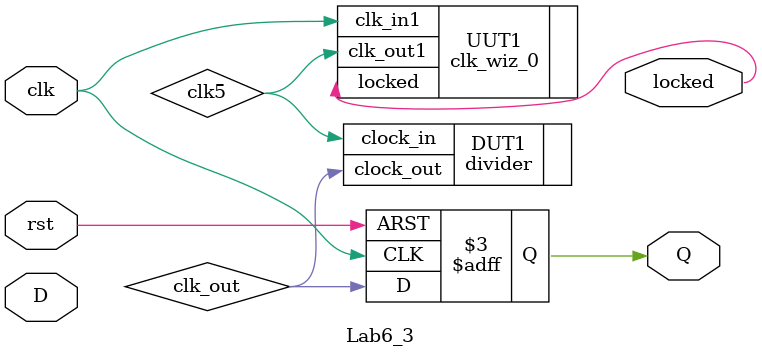
<source format=v>
`timescale 1ns / 1ps

module Lab6_3(input D, input clk, input rst, output reg Q, output locked);
    wire clk5;
    wire clk_out;
    always @ (posedge clk or posedge rst)
    begin
        if (rst == 1)
            Q <= 1'b0;
        else
        //begin
            //if (D)
                Q = clk_out;
            //else 
                //Q = 0;
        //end
    end
    clk_wiz_0 UUT1 ( .clk_in1(clk), .clk_out1(clk5), .locked(locked));
    divider DUT1 (.clock_in(clk5), .clock_out(clk_out));
    
endmodule

</source>
